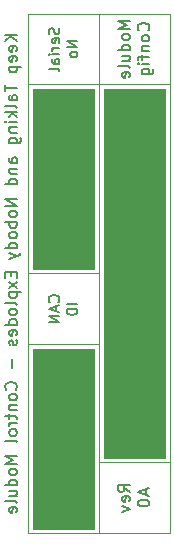
<source format=gbr>
%TF.GenerationSoftware,KiCad,Pcbnew,(5.1.9)-1*%
%TF.CreationDate,2021-05-23T18:55:04+01:00*%
%TF.ProjectId,ControlBoard,436f6e74-726f-46c4-926f-6172642e6b69,rev?*%
%TF.SameCoordinates,Original*%
%TF.FileFunction,Legend,Bot*%
%TF.FilePolarity,Positive*%
%FSLAX46Y46*%
G04 Gerber Fmt 4.6, Leading zero omitted, Abs format (unit mm)*
G04 Created by KiCad (PCBNEW (5.1.9)-1) date 2021-05-23 18:55:04*
%MOMM*%
%LPD*%
G01*
G04 APERTURE LIST*
%ADD10C,0.120000*%
%ADD11C,0.150000*%
%ADD12C,0.100000*%
G04 APERTURE END LIST*
D10*
X111200000Y-103800000D02*
X117200000Y-103800000D01*
D11*
X113827380Y-106300000D02*
X113351190Y-105966666D01*
X113827380Y-105728571D02*
X112827380Y-105728571D01*
X112827380Y-106109523D01*
X112875000Y-106204761D01*
X112922619Y-106252380D01*
X113017857Y-106300000D01*
X113160714Y-106300000D01*
X113255952Y-106252380D01*
X113303571Y-106204761D01*
X113351190Y-106109523D01*
X113351190Y-105728571D01*
X113779761Y-107109523D02*
X113827380Y-107014285D01*
X113827380Y-106823809D01*
X113779761Y-106728571D01*
X113684523Y-106680952D01*
X113303571Y-106680952D01*
X113208333Y-106728571D01*
X113160714Y-106823809D01*
X113160714Y-107014285D01*
X113208333Y-107109523D01*
X113303571Y-107157142D01*
X113398809Y-107157142D01*
X113494047Y-106680952D01*
X113160714Y-107490476D02*
X113827380Y-107728571D01*
X113160714Y-107966666D01*
X115191666Y-106085714D02*
X115191666Y-106561904D01*
X115477380Y-105990476D02*
X114477380Y-106323809D01*
X115477380Y-106657142D01*
X114477380Y-107180952D02*
X114477380Y-107276190D01*
X114525000Y-107371428D01*
X114572619Y-107419047D01*
X114667857Y-107466666D01*
X114858333Y-107514285D01*
X115096428Y-107514285D01*
X115286904Y-107466666D01*
X115382142Y-107419047D01*
X115429761Y-107371428D01*
X115477380Y-107276190D01*
X115477380Y-107180952D01*
X115429761Y-107085714D01*
X115382142Y-107038095D01*
X115286904Y-106990476D01*
X115096428Y-106942857D01*
X114858333Y-106942857D01*
X114667857Y-106990476D01*
X114572619Y-107038095D01*
X114525000Y-107085714D01*
X114477380Y-107180952D01*
X104252380Y-67585714D02*
X103252380Y-67585714D01*
X104252380Y-68157142D02*
X103680952Y-67728571D01*
X103252380Y-68157142D02*
X103823809Y-67585714D01*
X104204761Y-68966666D02*
X104252380Y-68871428D01*
X104252380Y-68680952D01*
X104204761Y-68585714D01*
X104109523Y-68538095D01*
X103728571Y-68538095D01*
X103633333Y-68585714D01*
X103585714Y-68680952D01*
X103585714Y-68871428D01*
X103633333Y-68966666D01*
X103728571Y-69014285D01*
X103823809Y-69014285D01*
X103919047Y-68538095D01*
X104204761Y-69823809D02*
X104252380Y-69728571D01*
X104252380Y-69538095D01*
X104204761Y-69442857D01*
X104109523Y-69395238D01*
X103728571Y-69395238D01*
X103633333Y-69442857D01*
X103585714Y-69538095D01*
X103585714Y-69728571D01*
X103633333Y-69823809D01*
X103728571Y-69871428D01*
X103823809Y-69871428D01*
X103919047Y-69395238D01*
X103585714Y-70300000D02*
X104585714Y-70300000D01*
X103633333Y-70300000D02*
X103585714Y-70395238D01*
X103585714Y-70585714D01*
X103633333Y-70680952D01*
X103680952Y-70728571D01*
X103776190Y-70776190D01*
X104061904Y-70776190D01*
X104157142Y-70728571D01*
X104204761Y-70680952D01*
X104252380Y-70585714D01*
X104252380Y-70395238D01*
X104204761Y-70300000D01*
X103252380Y-71823809D02*
X103252380Y-72395238D01*
X104252380Y-72109523D02*
X103252380Y-72109523D01*
X104252380Y-73157142D02*
X103728571Y-73157142D01*
X103633333Y-73109523D01*
X103585714Y-73014285D01*
X103585714Y-72823809D01*
X103633333Y-72728571D01*
X104204761Y-73157142D02*
X104252380Y-73061904D01*
X104252380Y-72823809D01*
X104204761Y-72728571D01*
X104109523Y-72680952D01*
X104014285Y-72680952D01*
X103919047Y-72728571D01*
X103871428Y-72823809D01*
X103871428Y-73061904D01*
X103823809Y-73157142D01*
X104252380Y-73776190D02*
X104204761Y-73680952D01*
X104109523Y-73633333D01*
X103252380Y-73633333D01*
X104252380Y-74157142D02*
X103252380Y-74157142D01*
X103871428Y-74252380D02*
X104252380Y-74538095D01*
X103585714Y-74538095D02*
X103966666Y-74157142D01*
X104252380Y-74966666D02*
X103585714Y-74966666D01*
X103252380Y-74966666D02*
X103300000Y-74919047D01*
X103347619Y-74966666D01*
X103300000Y-75014285D01*
X103252380Y-74966666D01*
X103347619Y-74966666D01*
X103585714Y-75442857D02*
X104252380Y-75442857D01*
X103680952Y-75442857D02*
X103633333Y-75490476D01*
X103585714Y-75585714D01*
X103585714Y-75728571D01*
X103633333Y-75823809D01*
X103728571Y-75871428D01*
X104252380Y-75871428D01*
X103585714Y-76776190D02*
X104395238Y-76776190D01*
X104490476Y-76728571D01*
X104538095Y-76680952D01*
X104585714Y-76585714D01*
X104585714Y-76442857D01*
X104538095Y-76347619D01*
X104204761Y-76776190D02*
X104252380Y-76680952D01*
X104252380Y-76490476D01*
X104204761Y-76395238D01*
X104157142Y-76347619D01*
X104061904Y-76300000D01*
X103776190Y-76300000D01*
X103680952Y-76347619D01*
X103633333Y-76395238D01*
X103585714Y-76490476D01*
X103585714Y-76680952D01*
X103633333Y-76776190D01*
X104252380Y-78442857D02*
X103728571Y-78442857D01*
X103633333Y-78395238D01*
X103585714Y-78299999D01*
X103585714Y-78109523D01*
X103633333Y-78014285D01*
X104204761Y-78442857D02*
X104252380Y-78347619D01*
X104252380Y-78109523D01*
X104204761Y-78014285D01*
X104109523Y-77966666D01*
X104014285Y-77966666D01*
X103919047Y-78014285D01*
X103871428Y-78109523D01*
X103871428Y-78347619D01*
X103823809Y-78442857D01*
X103585714Y-78919047D02*
X104252380Y-78919047D01*
X103680952Y-78919047D02*
X103633333Y-78966666D01*
X103585714Y-79061904D01*
X103585714Y-79204761D01*
X103633333Y-79299999D01*
X103728571Y-79347619D01*
X104252380Y-79347619D01*
X104252380Y-80252380D02*
X103252380Y-80252380D01*
X104204761Y-80252380D02*
X104252380Y-80157142D01*
X104252380Y-79966666D01*
X104204761Y-79871428D01*
X104157142Y-79823809D01*
X104061904Y-79776190D01*
X103776190Y-79776190D01*
X103680952Y-79823809D01*
X103633333Y-79871428D01*
X103585714Y-79966666D01*
X103585714Y-80157142D01*
X103633333Y-80252380D01*
X104252380Y-81490476D02*
X103252380Y-81490476D01*
X104252380Y-82061904D01*
X103252380Y-82061904D01*
X104252380Y-82680952D02*
X104204761Y-82585714D01*
X104157142Y-82538095D01*
X104061904Y-82490476D01*
X103776190Y-82490476D01*
X103680952Y-82538095D01*
X103633333Y-82585714D01*
X103585714Y-82680952D01*
X103585714Y-82823809D01*
X103633333Y-82919047D01*
X103680952Y-82966666D01*
X103776190Y-83014285D01*
X104061904Y-83014285D01*
X104157142Y-82966666D01*
X104204761Y-82919047D01*
X104252380Y-82823809D01*
X104252380Y-82680952D01*
X104252380Y-83442857D02*
X103252380Y-83442857D01*
X103633333Y-83442857D02*
X103585714Y-83538095D01*
X103585714Y-83728571D01*
X103633333Y-83823809D01*
X103680952Y-83871428D01*
X103776190Y-83919047D01*
X104061904Y-83919047D01*
X104157142Y-83871428D01*
X104204761Y-83823809D01*
X104252380Y-83728571D01*
X104252380Y-83538095D01*
X104204761Y-83442857D01*
X104252380Y-84490476D02*
X104204761Y-84395238D01*
X104157142Y-84347619D01*
X104061904Y-84299999D01*
X103776190Y-84299999D01*
X103680952Y-84347619D01*
X103633333Y-84395238D01*
X103585714Y-84490476D01*
X103585714Y-84633333D01*
X103633333Y-84728571D01*
X103680952Y-84776190D01*
X103776190Y-84823809D01*
X104061904Y-84823809D01*
X104157142Y-84776190D01*
X104204761Y-84728571D01*
X104252380Y-84633333D01*
X104252380Y-84490476D01*
X104252380Y-85680952D02*
X103252380Y-85680952D01*
X104204761Y-85680952D02*
X104252380Y-85585714D01*
X104252380Y-85395238D01*
X104204761Y-85299999D01*
X104157142Y-85252380D01*
X104061904Y-85204761D01*
X103776190Y-85204761D01*
X103680952Y-85252380D01*
X103633333Y-85299999D01*
X103585714Y-85395238D01*
X103585714Y-85585714D01*
X103633333Y-85680952D01*
X103585714Y-86061904D02*
X104252380Y-86299999D01*
X103585714Y-86538095D02*
X104252380Y-86299999D01*
X104490476Y-86204761D01*
X104538095Y-86157142D01*
X104585714Y-86061904D01*
X103728571Y-87680952D02*
X103728571Y-88014285D01*
X104252380Y-88157142D02*
X104252380Y-87680952D01*
X103252380Y-87680952D01*
X103252380Y-88157142D01*
X104252380Y-88490476D02*
X103585714Y-89014285D01*
X103585714Y-88490476D02*
X104252380Y-89014285D01*
X103585714Y-89395238D02*
X104585714Y-89395238D01*
X103633333Y-89395238D02*
X103585714Y-89490476D01*
X103585714Y-89680952D01*
X103633333Y-89776190D01*
X103680952Y-89823809D01*
X103776190Y-89871428D01*
X104061904Y-89871428D01*
X104157142Y-89823809D01*
X104204761Y-89776190D01*
X104252380Y-89680952D01*
X104252380Y-89490476D01*
X104204761Y-89395238D01*
X104252380Y-90442857D02*
X104204761Y-90347619D01*
X104109523Y-90299999D01*
X103252380Y-90299999D01*
X104252380Y-90966666D02*
X104204761Y-90871428D01*
X104157142Y-90823809D01*
X104061904Y-90776190D01*
X103776190Y-90776190D01*
X103680952Y-90823809D01*
X103633333Y-90871428D01*
X103585714Y-90966666D01*
X103585714Y-91109523D01*
X103633333Y-91204761D01*
X103680952Y-91252380D01*
X103776190Y-91299999D01*
X104061904Y-91299999D01*
X104157142Y-91252380D01*
X104204761Y-91204761D01*
X104252380Y-91109523D01*
X104252380Y-90966666D01*
X104252380Y-92157142D02*
X103252380Y-92157142D01*
X104204761Y-92157142D02*
X104252380Y-92061904D01*
X104252380Y-91871428D01*
X104204761Y-91776190D01*
X104157142Y-91728571D01*
X104061904Y-91680952D01*
X103776190Y-91680952D01*
X103680952Y-91728571D01*
X103633333Y-91776190D01*
X103585714Y-91871428D01*
X103585714Y-92061904D01*
X103633333Y-92157142D01*
X104204761Y-93014285D02*
X104252380Y-92919047D01*
X104252380Y-92728571D01*
X104204761Y-92633333D01*
X104109523Y-92585714D01*
X103728571Y-92585714D01*
X103633333Y-92633333D01*
X103585714Y-92728571D01*
X103585714Y-92919047D01*
X103633333Y-93014285D01*
X103728571Y-93061904D01*
X103823809Y-93061904D01*
X103919047Y-92585714D01*
X104204761Y-93442857D02*
X104252380Y-93538095D01*
X104252380Y-93728571D01*
X104204761Y-93823809D01*
X104109523Y-93871428D01*
X104061904Y-93871428D01*
X103966666Y-93823809D01*
X103919047Y-93728571D01*
X103919047Y-93585714D01*
X103871428Y-93490476D01*
X103776190Y-93442857D01*
X103728571Y-93442857D01*
X103633333Y-93490476D01*
X103585714Y-93585714D01*
X103585714Y-93728571D01*
X103633333Y-93823809D01*
X103871428Y-95061904D02*
X103871428Y-95823809D01*
X104157142Y-97633333D02*
X104204761Y-97585714D01*
X104252380Y-97442857D01*
X104252380Y-97347619D01*
X104204761Y-97204761D01*
X104109523Y-97109523D01*
X104014285Y-97061904D01*
X103823809Y-97014285D01*
X103680952Y-97014285D01*
X103490476Y-97061904D01*
X103395238Y-97109523D01*
X103300000Y-97204761D01*
X103252380Y-97347619D01*
X103252380Y-97442857D01*
X103300000Y-97585714D01*
X103347619Y-97633333D01*
X104252380Y-98204761D02*
X104204761Y-98109523D01*
X104157142Y-98061904D01*
X104061904Y-98014285D01*
X103776190Y-98014285D01*
X103680952Y-98061904D01*
X103633333Y-98109523D01*
X103585714Y-98204761D01*
X103585714Y-98347619D01*
X103633333Y-98442857D01*
X103680952Y-98490476D01*
X103776190Y-98538095D01*
X104061904Y-98538095D01*
X104157142Y-98490476D01*
X104204761Y-98442857D01*
X104252380Y-98347619D01*
X104252380Y-98204761D01*
X103585714Y-98966666D02*
X104252380Y-98966666D01*
X103680952Y-98966666D02*
X103633333Y-99014285D01*
X103585714Y-99109523D01*
X103585714Y-99252380D01*
X103633333Y-99347619D01*
X103728571Y-99395238D01*
X104252380Y-99395238D01*
X103585714Y-99728571D02*
X103585714Y-100109523D01*
X103252380Y-99871428D02*
X104109523Y-99871428D01*
X104204761Y-99919047D01*
X104252380Y-100014285D01*
X104252380Y-100109523D01*
X104252380Y-100442857D02*
X103585714Y-100442857D01*
X103776190Y-100442857D02*
X103680952Y-100490476D01*
X103633333Y-100538095D01*
X103585714Y-100633333D01*
X103585714Y-100728571D01*
X104252380Y-101204761D02*
X104204761Y-101109523D01*
X104157142Y-101061904D01*
X104061904Y-101014285D01*
X103776190Y-101014285D01*
X103680952Y-101061904D01*
X103633333Y-101109523D01*
X103585714Y-101204761D01*
X103585714Y-101347619D01*
X103633333Y-101442857D01*
X103680952Y-101490476D01*
X103776190Y-101538095D01*
X104061904Y-101538095D01*
X104157142Y-101490476D01*
X104204761Y-101442857D01*
X104252380Y-101347619D01*
X104252380Y-101204761D01*
X104252380Y-102109523D02*
X104204761Y-102014285D01*
X104109523Y-101966666D01*
X103252380Y-101966666D01*
X104252380Y-103252380D02*
X103252380Y-103252380D01*
X103966666Y-103585714D01*
X103252380Y-103919047D01*
X104252380Y-103919047D01*
X104252380Y-104538095D02*
X104204761Y-104442857D01*
X104157142Y-104395238D01*
X104061904Y-104347619D01*
X103776190Y-104347619D01*
X103680952Y-104395238D01*
X103633333Y-104442857D01*
X103585714Y-104538095D01*
X103585714Y-104680952D01*
X103633333Y-104776190D01*
X103680952Y-104823809D01*
X103776190Y-104871428D01*
X104061904Y-104871428D01*
X104157142Y-104823809D01*
X104204761Y-104776190D01*
X104252380Y-104680952D01*
X104252380Y-104538095D01*
X104252380Y-105728571D02*
X103252380Y-105728571D01*
X104204761Y-105728571D02*
X104252380Y-105633333D01*
X104252380Y-105442857D01*
X104204761Y-105347619D01*
X104157142Y-105299999D01*
X104061904Y-105252380D01*
X103776190Y-105252380D01*
X103680952Y-105299999D01*
X103633333Y-105347619D01*
X103585714Y-105442857D01*
X103585714Y-105633333D01*
X103633333Y-105728571D01*
X103585714Y-106633333D02*
X104252380Y-106633333D01*
X103585714Y-106204761D02*
X104109523Y-106204761D01*
X104204761Y-106252380D01*
X104252380Y-106347619D01*
X104252380Y-106490476D01*
X104204761Y-106585714D01*
X104157142Y-106633333D01*
X104252380Y-107252380D02*
X104204761Y-107157142D01*
X104109523Y-107109523D01*
X103252380Y-107109523D01*
X104204761Y-108014285D02*
X104252380Y-107919047D01*
X104252380Y-107728571D01*
X104204761Y-107633333D01*
X104109523Y-107585714D01*
X103728571Y-107585714D01*
X103633333Y-107633333D01*
X103585714Y-107728571D01*
X103585714Y-107919047D01*
X103633333Y-108014285D01*
X103728571Y-108061904D01*
X103823809Y-108061904D01*
X103919047Y-107585714D01*
D12*
G36*
X110800000Y-109400000D02*
G01*
X105600000Y-109400000D01*
X105600000Y-94200000D01*
X110800000Y-94200000D01*
X110800000Y-109400000D01*
G37*
X110800000Y-109400000D02*
X105600000Y-109400000D01*
X105600000Y-94200000D01*
X110800000Y-94200000D01*
X110800000Y-109400000D01*
D10*
X105200000Y-87800000D02*
X111200000Y-87800000D01*
X105200000Y-93800000D02*
X111200000Y-93800000D01*
D11*
X107771428Y-90221428D02*
X107814285Y-90178571D01*
X107857142Y-90050000D01*
X107857142Y-89964285D01*
X107814285Y-89835714D01*
X107728571Y-89750000D01*
X107642857Y-89707142D01*
X107471428Y-89664285D01*
X107342857Y-89664285D01*
X107171428Y-89707142D01*
X107085714Y-89750000D01*
X107000000Y-89835714D01*
X106957142Y-89964285D01*
X106957142Y-90050000D01*
X107000000Y-90178571D01*
X107042857Y-90221428D01*
X107600000Y-90564285D02*
X107600000Y-90992857D01*
X107857142Y-90478571D02*
X106957142Y-90778571D01*
X107857142Y-91078571D01*
X107857142Y-91378571D02*
X106957142Y-91378571D01*
X107857142Y-91892857D01*
X106957142Y-91892857D01*
X109357142Y-90350000D02*
X108457142Y-90350000D01*
X109357142Y-90778571D02*
X108457142Y-90778571D01*
X108457142Y-90992857D01*
X108500000Y-91121428D01*
X108585714Y-91207142D01*
X108671428Y-91250000D01*
X108842857Y-91292857D01*
X108971428Y-91292857D01*
X109142857Y-91250000D01*
X109228571Y-91207142D01*
X109314285Y-91121428D01*
X109357142Y-90992857D01*
X109357142Y-90778571D01*
D12*
G36*
X110800000Y-87400000D02*
G01*
X105600000Y-87400000D01*
X105600000Y-72200000D01*
X110800000Y-72200000D01*
X110800000Y-87400000D01*
G37*
X110800000Y-87400000D02*
X105600000Y-87400000D01*
X105600000Y-72200000D01*
X110800000Y-72200000D01*
X110800000Y-87400000D01*
G36*
X116800000Y-103400000D02*
G01*
X111600000Y-103400000D01*
X111600000Y-72200000D01*
X116800000Y-72200000D01*
X116800000Y-103400000D01*
G37*
X116800000Y-103400000D02*
X111600000Y-103400000D01*
X111600000Y-72200000D01*
X116800000Y-72200000D01*
X116800000Y-103400000D01*
D10*
X111200000Y-109800000D02*
X111200000Y-65800000D01*
X105200000Y-71800000D02*
X117200000Y-71800000D01*
X105200000Y-109800000D02*
X105200000Y-65800000D01*
X117200000Y-109800000D02*
X105200000Y-109800000D01*
X117200000Y-65800000D02*
X117200000Y-109800000D01*
X105200000Y-65800000D02*
X117200000Y-65800000D01*
D11*
X113827380Y-66419047D02*
X112827380Y-66419047D01*
X113541666Y-66752380D01*
X112827380Y-67085714D01*
X113827380Y-67085714D01*
X113827380Y-67704761D02*
X113779761Y-67609523D01*
X113732142Y-67561904D01*
X113636904Y-67514285D01*
X113351190Y-67514285D01*
X113255952Y-67561904D01*
X113208333Y-67609523D01*
X113160714Y-67704761D01*
X113160714Y-67847619D01*
X113208333Y-67942857D01*
X113255952Y-67990476D01*
X113351190Y-68038095D01*
X113636904Y-68038095D01*
X113732142Y-67990476D01*
X113779761Y-67942857D01*
X113827380Y-67847619D01*
X113827380Y-67704761D01*
X113827380Y-68895238D02*
X112827380Y-68895238D01*
X113779761Y-68895238D02*
X113827380Y-68800000D01*
X113827380Y-68609523D01*
X113779761Y-68514285D01*
X113732142Y-68466666D01*
X113636904Y-68419047D01*
X113351190Y-68419047D01*
X113255952Y-68466666D01*
X113208333Y-68514285D01*
X113160714Y-68609523D01*
X113160714Y-68800000D01*
X113208333Y-68895238D01*
X113160714Y-69800000D02*
X113827380Y-69800000D01*
X113160714Y-69371428D02*
X113684523Y-69371428D01*
X113779761Y-69419047D01*
X113827380Y-69514285D01*
X113827380Y-69657142D01*
X113779761Y-69752380D01*
X113732142Y-69800000D01*
X113827380Y-70419047D02*
X113779761Y-70323809D01*
X113684523Y-70276190D01*
X112827380Y-70276190D01*
X113779761Y-71180952D02*
X113827380Y-71085714D01*
X113827380Y-70895238D01*
X113779761Y-70800000D01*
X113684523Y-70752380D01*
X113303571Y-70752380D01*
X113208333Y-70800000D01*
X113160714Y-70895238D01*
X113160714Y-71085714D01*
X113208333Y-71180952D01*
X113303571Y-71228571D01*
X113398809Y-71228571D01*
X113494047Y-70752380D01*
X115382142Y-67228571D02*
X115429761Y-67180952D01*
X115477380Y-67038095D01*
X115477380Y-66942857D01*
X115429761Y-66800000D01*
X115334523Y-66704761D01*
X115239285Y-66657142D01*
X115048809Y-66609523D01*
X114905952Y-66609523D01*
X114715476Y-66657142D01*
X114620238Y-66704761D01*
X114525000Y-66800000D01*
X114477380Y-66942857D01*
X114477380Y-67038095D01*
X114525000Y-67180952D01*
X114572619Y-67228571D01*
X115477380Y-67800000D02*
X115429761Y-67704761D01*
X115382142Y-67657142D01*
X115286904Y-67609523D01*
X115001190Y-67609523D01*
X114905952Y-67657142D01*
X114858333Y-67704761D01*
X114810714Y-67800000D01*
X114810714Y-67942857D01*
X114858333Y-68038095D01*
X114905952Y-68085714D01*
X115001190Y-68133333D01*
X115286904Y-68133333D01*
X115382142Y-68085714D01*
X115429761Y-68038095D01*
X115477380Y-67942857D01*
X115477380Y-67800000D01*
X114810714Y-68561904D02*
X115477380Y-68561904D01*
X114905952Y-68561904D02*
X114858333Y-68609523D01*
X114810714Y-68704761D01*
X114810714Y-68847619D01*
X114858333Y-68942857D01*
X114953571Y-68990476D01*
X115477380Y-68990476D01*
X114810714Y-69323809D02*
X114810714Y-69704761D01*
X115477380Y-69466666D02*
X114620238Y-69466666D01*
X114525000Y-69514285D01*
X114477380Y-69609523D01*
X114477380Y-69704761D01*
X115477380Y-70038095D02*
X114810714Y-70038095D01*
X114477380Y-70038095D02*
X114525000Y-69990476D01*
X114572619Y-70038095D01*
X114525000Y-70085714D01*
X114477380Y-70038095D01*
X114572619Y-70038095D01*
X114810714Y-70942857D02*
X115620238Y-70942857D01*
X115715476Y-70895238D01*
X115763095Y-70847619D01*
X115810714Y-70752380D01*
X115810714Y-70609523D01*
X115763095Y-70514285D01*
X115429761Y-70942857D02*
X115477380Y-70847619D01*
X115477380Y-70657142D01*
X115429761Y-70561904D01*
X115382142Y-70514285D01*
X115286904Y-70466666D01*
X115001190Y-70466666D01*
X114905952Y-70514285D01*
X114858333Y-70561904D01*
X114810714Y-70657142D01*
X114810714Y-70847619D01*
X114858333Y-70942857D01*
X107814285Y-67021428D02*
X107857142Y-67150000D01*
X107857142Y-67364285D01*
X107814285Y-67450000D01*
X107771428Y-67492857D01*
X107685714Y-67535714D01*
X107600000Y-67535714D01*
X107514285Y-67492857D01*
X107471428Y-67450000D01*
X107428571Y-67364285D01*
X107385714Y-67192857D01*
X107342857Y-67107142D01*
X107300000Y-67064285D01*
X107214285Y-67021428D01*
X107128571Y-67021428D01*
X107042857Y-67064285D01*
X107000000Y-67107142D01*
X106957142Y-67192857D01*
X106957142Y-67407142D01*
X107000000Y-67535714D01*
X107814285Y-68264285D02*
X107857142Y-68178571D01*
X107857142Y-68007142D01*
X107814285Y-67921428D01*
X107728571Y-67878571D01*
X107385714Y-67878571D01*
X107300000Y-67921428D01*
X107257142Y-68007142D01*
X107257142Y-68178571D01*
X107300000Y-68264285D01*
X107385714Y-68307142D01*
X107471428Y-68307142D01*
X107557142Y-67878571D01*
X107857142Y-68692857D02*
X107257142Y-68692857D01*
X107428571Y-68692857D02*
X107342857Y-68735714D01*
X107300000Y-68778571D01*
X107257142Y-68864285D01*
X107257142Y-68950000D01*
X107857142Y-69250000D02*
X107257142Y-69250000D01*
X106957142Y-69250000D02*
X107000000Y-69207142D01*
X107042857Y-69250000D01*
X107000000Y-69292857D01*
X106957142Y-69250000D01*
X107042857Y-69250000D01*
X107857142Y-70064285D02*
X107385714Y-70064285D01*
X107300000Y-70021428D01*
X107257142Y-69935714D01*
X107257142Y-69764285D01*
X107300000Y-69678571D01*
X107814285Y-70064285D02*
X107857142Y-69978571D01*
X107857142Y-69764285D01*
X107814285Y-69678571D01*
X107728571Y-69635714D01*
X107642857Y-69635714D01*
X107557142Y-69678571D01*
X107514285Y-69764285D01*
X107514285Y-69978571D01*
X107471428Y-70064285D01*
X107857142Y-70621428D02*
X107814285Y-70535714D01*
X107728571Y-70492857D01*
X106957142Y-70492857D01*
X109357142Y-68135714D02*
X108457142Y-68135714D01*
X109357142Y-68650000D01*
X108457142Y-68650000D01*
X109357142Y-69207142D02*
X109314285Y-69121428D01*
X109271428Y-69078571D01*
X109185714Y-69035714D01*
X108928571Y-69035714D01*
X108842857Y-69078571D01*
X108800000Y-69121428D01*
X108757142Y-69207142D01*
X108757142Y-69335714D01*
X108800000Y-69421428D01*
X108842857Y-69464285D01*
X108928571Y-69507142D01*
X109185714Y-69507142D01*
X109271428Y-69464285D01*
X109314285Y-69421428D01*
X109357142Y-69335714D01*
X109357142Y-69207142D01*
M02*

</source>
